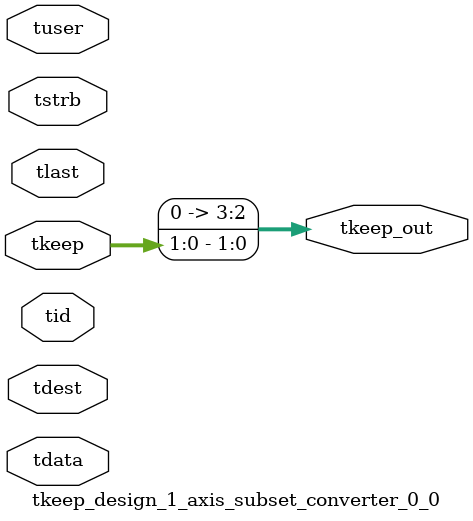
<source format=v>


`timescale 1ps/1ps

module tkeep_design_1_axis_subset_converter_0_0 #
(
parameter C_S_AXIS_TDATA_WIDTH = 32,
parameter C_S_AXIS_TUSER_WIDTH = 0,
parameter C_S_AXIS_TID_WIDTH   = 0,
parameter C_S_AXIS_TDEST_WIDTH = 0,
parameter C_M_AXIS_TDATA_WIDTH = 32
)
(
input  [(C_S_AXIS_TDATA_WIDTH == 0 ? 1 : C_S_AXIS_TDATA_WIDTH)-1:0     ] tdata,
input  [(C_S_AXIS_TUSER_WIDTH == 0 ? 1 : C_S_AXIS_TUSER_WIDTH)-1:0     ] tuser,
input  [(C_S_AXIS_TID_WIDTH   == 0 ? 1 : C_S_AXIS_TID_WIDTH)-1:0       ] tid,
input  [(C_S_AXIS_TDEST_WIDTH == 0 ? 1 : C_S_AXIS_TDEST_WIDTH)-1:0     ] tdest,
input  [(C_S_AXIS_TDATA_WIDTH/8)-1:0 ] tkeep,
input  [(C_S_AXIS_TDATA_WIDTH/8)-1:0 ] tstrb,
input                                                                    tlast,
output [(C_M_AXIS_TDATA_WIDTH/8)-1:0 ] tkeep_out
);

assign tkeep_out = {tkeep[1:0]};

endmodule


</source>
